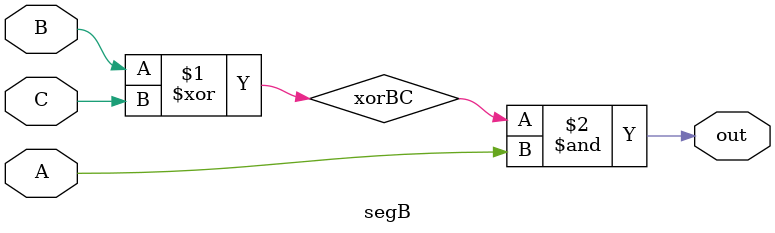
<source format=v>
/*
Modulo responsavel pelo segmento b do display de 7 segmentos
*/

module segB(out, A, B, C);
	input A, B, C;
	output out;
	
	wire xorBC;
	
	xor Xor0(xorBC, B, C);
	and And0(out, xorBC, A);
	
endmodule

</source>
